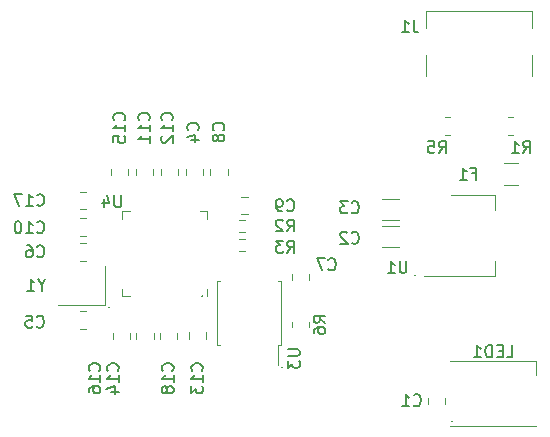
<source format=gbr>
%TF.GenerationSoftware,KiCad,Pcbnew,(6.0.8)*%
%TF.CreationDate,2022-10-11T12:28:16+11:00*%
%TF.ProjectId,PicoGamePad_V3_0_0_A,5069636f-4761-46d6-9550-61645f56335f,4.0.0 (Rev A)*%
%TF.SameCoordinates,Original*%
%TF.FileFunction,Legend,Bot*%
%TF.FilePolarity,Positive*%
%FSLAX46Y46*%
G04 Gerber Fmt 4.6, Leading zero omitted, Abs format (unit mm)*
G04 Created by KiCad (PCBNEW (6.0.8)) date 2022-10-11 12:28:16*
%MOMM*%
%LPD*%
G01*
G04 APERTURE LIST*
%ADD10C,0.150000*%
%ADD11C,0.120000*%
G04 APERTURE END LIST*
D10*
X120305902Y-79550000D02*
G75*
G03*
X120305902Y-79550000I-55902J0D01*
G01*
X146205902Y-76825000D02*
G75*
G03*
X146205902Y-76825000I-55902J0D01*
G01*
X128180902Y-78600000D02*
G75*
G03*
X128180902Y-78600000I-55902J0D01*
G01*
X134905902Y-84625000D02*
G75*
G03*
X134905902Y-84625000I-55902J0D01*
G01*
X149305902Y-89200000D02*
G75*
G03*
X149305902Y-89200000I-55902J0D01*
G01*
%TO.C,R3*%
X135366666Y-74902380D02*
X135700000Y-74426190D01*
X135938095Y-74902380D02*
X135938095Y-73902380D01*
X135557142Y-73902380D01*
X135461904Y-73950000D01*
X135414285Y-73997619D01*
X135366666Y-74092857D01*
X135366666Y-74235714D01*
X135414285Y-74330952D01*
X135461904Y-74378571D01*
X135557142Y-74426190D01*
X135938095Y-74426190D01*
X135033333Y-73902380D02*
X134414285Y-73902380D01*
X134747619Y-74283333D01*
X134604761Y-74283333D01*
X134509523Y-74330952D01*
X134461904Y-74378571D01*
X134414285Y-74473809D01*
X134414285Y-74711904D01*
X134461904Y-74807142D01*
X134509523Y-74854761D01*
X134604761Y-74902380D01*
X134890476Y-74902380D01*
X134985714Y-74854761D01*
X135033333Y-74807142D01*
%TO.C,U1*%
X145461904Y-75627380D02*
X145461904Y-76436904D01*
X145414285Y-76532142D01*
X145366666Y-76579761D01*
X145271428Y-76627380D01*
X145080952Y-76627380D01*
X144985714Y-76579761D01*
X144938095Y-76532142D01*
X144890476Y-76436904D01*
X144890476Y-75627380D01*
X143890476Y-76627380D02*
X144461904Y-76627380D01*
X144176190Y-76627380D02*
X144176190Y-75627380D01*
X144271428Y-75770238D01*
X144366666Y-75865476D01*
X144461904Y-75913095D01*
%TO.C,R2*%
X135366666Y-73102380D02*
X135700000Y-72626190D01*
X135938095Y-73102380D02*
X135938095Y-72102380D01*
X135557142Y-72102380D01*
X135461904Y-72150000D01*
X135414285Y-72197619D01*
X135366666Y-72292857D01*
X135366666Y-72435714D01*
X135414285Y-72530952D01*
X135461904Y-72578571D01*
X135557142Y-72626190D01*
X135938095Y-72626190D01*
X134985714Y-72197619D02*
X134938095Y-72150000D01*
X134842857Y-72102380D01*
X134604761Y-72102380D01*
X134509523Y-72150000D01*
X134461904Y-72197619D01*
X134414285Y-72292857D01*
X134414285Y-72388095D01*
X134461904Y-72530952D01*
X135033333Y-73102380D01*
X134414285Y-73102380D01*
%TO.C,C7*%
X138866666Y-76307142D02*
X138914285Y-76354761D01*
X139057142Y-76402380D01*
X139152380Y-76402380D01*
X139295238Y-76354761D01*
X139390476Y-76259523D01*
X139438095Y-76164285D01*
X139485714Y-75973809D01*
X139485714Y-75830952D01*
X139438095Y-75640476D01*
X139390476Y-75545238D01*
X139295238Y-75450000D01*
X139152380Y-75402380D01*
X139057142Y-75402380D01*
X138914285Y-75450000D01*
X138866666Y-75497619D01*
X138533333Y-75402380D02*
X137866666Y-75402380D01*
X138295238Y-76402380D01*
%TO.C,U3*%
X135427380Y-83088095D02*
X136236904Y-83088095D01*
X136332142Y-83135714D01*
X136379761Y-83183333D01*
X136427380Y-83278571D01*
X136427380Y-83469047D01*
X136379761Y-83564285D01*
X136332142Y-83611904D01*
X136236904Y-83659523D01*
X135427380Y-83659523D01*
X135427380Y-84040476D02*
X135427380Y-84659523D01*
X135808333Y-84326190D01*
X135808333Y-84469047D01*
X135855952Y-84564285D01*
X135903571Y-84611904D01*
X135998809Y-84659523D01*
X136236904Y-84659523D01*
X136332142Y-84611904D01*
X136379761Y-84564285D01*
X136427380Y-84469047D01*
X136427380Y-84183333D01*
X136379761Y-84088095D01*
X136332142Y-84040476D01*
%TO.C,C14*%
X121007142Y-84907142D02*
X121054761Y-84859523D01*
X121102380Y-84716666D01*
X121102380Y-84621428D01*
X121054761Y-84478571D01*
X120959523Y-84383333D01*
X120864285Y-84335714D01*
X120673809Y-84288095D01*
X120530952Y-84288095D01*
X120340476Y-84335714D01*
X120245238Y-84383333D01*
X120150000Y-84478571D01*
X120102380Y-84621428D01*
X120102380Y-84716666D01*
X120150000Y-84859523D01*
X120197619Y-84907142D01*
X121102380Y-85859523D02*
X121102380Y-85288095D01*
X121102380Y-85573809D02*
X120102380Y-85573809D01*
X120245238Y-85478571D01*
X120340476Y-85383333D01*
X120388095Y-85288095D01*
X120435714Y-86716666D02*
X121102380Y-86716666D01*
X120054761Y-86478571D02*
X120769047Y-86240476D01*
X120769047Y-86859523D01*
%TO.C,C18*%
X125657142Y-84907142D02*
X125704761Y-84859523D01*
X125752380Y-84716666D01*
X125752380Y-84621428D01*
X125704761Y-84478571D01*
X125609523Y-84383333D01*
X125514285Y-84335714D01*
X125323809Y-84288095D01*
X125180952Y-84288095D01*
X124990476Y-84335714D01*
X124895238Y-84383333D01*
X124800000Y-84478571D01*
X124752380Y-84621428D01*
X124752380Y-84716666D01*
X124800000Y-84859523D01*
X124847619Y-84907142D01*
X125752380Y-85859523D02*
X125752380Y-85288095D01*
X125752380Y-85573809D02*
X124752380Y-85573809D01*
X124895238Y-85478571D01*
X124990476Y-85383333D01*
X125038095Y-85288095D01*
X125180952Y-86430952D02*
X125133333Y-86335714D01*
X125085714Y-86288095D01*
X124990476Y-86240476D01*
X124942857Y-86240476D01*
X124847619Y-86288095D01*
X124800000Y-86335714D01*
X124752380Y-86430952D01*
X124752380Y-86621428D01*
X124800000Y-86716666D01*
X124847619Y-86764285D01*
X124942857Y-86811904D01*
X124990476Y-86811904D01*
X125085714Y-86764285D01*
X125133333Y-86716666D01*
X125180952Y-86621428D01*
X125180952Y-86430952D01*
X125228571Y-86335714D01*
X125276190Y-86288095D01*
X125371428Y-86240476D01*
X125561904Y-86240476D01*
X125657142Y-86288095D01*
X125704761Y-86335714D01*
X125752380Y-86430952D01*
X125752380Y-86621428D01*
X125704761Y-86716666D01*
X125657142Y-86764285D01*
X125561904Y-86811904D01*
X125371428Y-86811904D01*
X125276190Y-86764285D01*
X125228571Y-86716666D01*
X125180952Y-86621428D01*
%TO.C,LED1*%
X153944047Y-83752380D02*
X154420238Y-83752380D01*
X154420238Y-82752380D01*
X153610714Y-83228571D02*
X153277380Y-83228571D01*
X153134523Y-83752380D02*
X153610714Y-83752380D01*
X153610714Y-82752380D01*
X153134523Y-82752380D01*
X152705952Y-83752380D02*
X152705952Y-82752380D01*
X152467857Y-82752380D01*
X152325000Y-82800000D01*
X152229761Y-82895238D01*
X152182142Y-82990476D01*
X152134523Y-83180952D01*
X152134523Y-83323809D01*
X152182142Y-83514285D01*
X152229761Y-83609523D01*
X152325000Y-83704761D01*
X152467857Y-83752380D01*
X152705952Y-83752380D01*
X151182142Y-83752380D02*
X151753571Y-83752380D01*
X151467857Y-83752380D02*
X151467857Y-82752380D01*
X151563095Y-82895238D01*
X151658333Y-82990476D01*
X151753571Y-83038095D01*
%TO.C,C11*%
X123657142Y-63690475D02*
X123704761Y-63642856D01*
X123752380Y-63499999D01*
X123752380Y-63404761D01*
X123704761Y-63261904D01*
X123609523Y-63166666D01*
X123514285Y-63119047D01*
X123323809Y-63071428D01*
X123180952Y-63071428D01*
X122990476Y-63119047D01*
X122895238Y-63166666D01*
X122800000Y-63261904D01*
X122752380Y-63404761D01*
X122752380Y-63499999D01*
X122800000Y-63642856D01*
X122847619Y-63690475D01*
X123752380Y-64642856D02*
X123752380Y-64071428D01*
X123752380Y-64357142D02*
X122752380Y-64357142D01*
X122895238Y-64261904D01*
X122990476Y-64166666D01*
X123038095Y-64071428D01*
X123752380Y-65595237D02*
X123752380Y-65023809D01*
X123752380Y-65309523D02*
X122752380Y-65309523D01*
X122895238Y-65214285D01*
X122990476Y-65119047D01*
X123038095Y-65023809D01*
%TO.C,C15*%
X121557142Y-63690475D02*
X121604761Y-63642856D01*
X121652380Y-63499999D01*
X121652380Y-63404761D01*
X121604761Y-63261904D01*
X121509523Y-63166666D01*
X121414285Y-63119047D01*
X121223809Y-63071428D01*
X121080952Y-63071428D01*
X120890476Y-63119047D01*
X120795238Y-63166666D01*
X120700000Y-63261904D01*
X120652380Y-63404761D01*
X120652380Y-63499999D01*
X120700000Y-63642856D01*
X120747619Y-63690475D01*
X121652380Y-64642856D02*
X121652380Y-64071428D01*
X121652380Y-64357142D02*
X120652380Y-64357142D01*
X120795238Y-64261904D01*
X120890476Y-64166666D01*
X120938095Y-64071428D01*
X120652380Y-65547618D02*
X120652380Y-65071428D01*
X121128571Y-65023809D01*
X121080952Y-65071428D01*
X121033333Y-65166666D01*
X121033333Y-65404761D01*
X121080952Y-65499999D01*
X121128571Y-65547618D01*
X121223809Y-65595237D01*
X121461904Y-65595237D01*
X121557142Y-65547618D01*
X121604761Y-65499999D01*
X121652380Y-65404761D01*
X121652380Y-65166666D01*
X121604761Y-65071428D01*
X121557142Y-65023809D01*
%TO.C,C6*%
X114192856Y-75207142D02*
X114240475Y-75254761D01*
X114383332Y-75302380D01*
X114478570Y-75302380D01*
X114621428Y-75254761D01*
X114716666Y-75159523D01*
X114764285Y-75064285D01*
X114811904Y-74873809D01*
X114811904Y-74730952D01*
X114764285Y-74540476D01*
X114716666Y-74445238D01*
X114621428Y-74350000D01*
X114478570Y-74302380D01*
X114383332Y-74302380D01*
X114240475Y-74350000D01*
X114192856Y-74397619D01*
X113335713Y-74302380D02*
X113526190Y-74302380D01*
X113621428Y-74350000D01*
X113669047Y-74397619D01*
X113764285Y-74540476D01*
X113811904Y-74730952D01*
X113811904Y-75111904D01*
X113764285Y-75207142D01*
X113716666Y-75254761D01*
X113621428Y-75302380D01*
X113430951Y-75302380D01*
X113335713Y-75254761D01*
X113288094Y-75207142D01*
X113240475Y-75111904D01*
X113240475Y-74873809D01*
X113288094Y-74778571D01*
X113335713Y-74730952D01*
X113430951Y-74683333D01*
X113621428Y-74683333D01*
X113716666Y-74730952D01*
X113764285Y-74778571D01*
X113811904Y-74873809D01*
%TO.C,Y1*%
X114573809Y-77651190D02*
X114573809Y-78127380D01*
X114907142Y-77127380D02*
X114573809Y-77651190D01*
X114240476Y-77127380D01*
X113383333Y-78127380D02*
X113954761Y-78127380D01*
X113669047Y-78127380D02*
X113669047Y-77127380D01*
X113764285Y-77270238D01*
X113859523Y-77365476D01*
X113954761Y-77413095D01*
%TO.C,C5*%
X114166666Y-81157142D02*
X114214285Y-81204761D01*
X114357142Y-81252380D01*
X114452380Y-81252380D01*
X114595238Y-81204761D01*
X114690476Y-81109523D01*
X114738095Y-81014285D01*
X114785714Y-80823809D01*
X114785714Y-80680952D01*
X114738095Y-80490476D01*
X114690476Y-80395238D01*
X114595238Y-80300000D01*
X114452380Y-80252380D01*
X114357142Y-80252380D01*
X114214285Y-80300000D01*
X114166666Y-80347619D01*
X113261904Y-80252380D02*
X113738095Y-80252380D01*
X113785714Y-80728571D01*
X113738095Y-80680952D01*
X113642857Y-80633333D01*
X113404761Y-80633333D01*
X113309523Y-80680952D01*
X113261904Y-80728571D01*
X113214285Y-80823809D01*
X113214285Y-81061904D01*
X113261904Y-81157142D01*
X113309523Y-81204761D01*
X113404761Y-81252380D01*
X113642857Y-81252380D01*
X113738095Y-81204761D01*
X113785714Y-81157142D01*
%TO.C,C9*%
X135366666Y-71307142D02*
X135414285Y-71354761D01*
X135557142Y-71402380D01*
X135652380Y-71402380D01*
X135795238Y-71354761D01*
X135890476Y-71259523D01*
X135938095Y-71164285D01*
X135985714Y-70973809D01*
X135985714Y-70830952D01*
X135938095Y-70640476D01*
X135890476Y-70545238D01*
X135795238Y-70450000D01*
X135652380Y-70402380D01*
X135557142Y-70402380D01*
X135414285Y-70450000D01*
X135366666Y-70497619D01*
X134890476Y-71402380D02*
X134700000Y-71402380D01*
X134604761Y-71354761D01*
X134557142Y-71307142D01*
X134461904Y-71164285D01*
X134414285Y-70973809D01*
X134414285Y-70592857D01*
X134461904Y-70497619D01*
X134509523Y-70450000D01*
X134604761Y-70402380D01*
X134795238Y-70402380D01*
X134890476Y-70450000D01*
X134938095Y-70497619D01*
X134985714Y-70592857D01*
X134985714Y-70830952D01*
X134938095Y-70926190D01*
X134890476Y-70973809D01*
X134795238Y-71021428D01*
X134604761Y-71021428D01*
X134509523Y-70973809D01*
X134461904Y-70926190D01*
X134414285Y-70830952D01*
%TO.C,R6*%
X138602380Y-80833333D02*
X138126190Y-80500000D01*
X138602380Y-80261904D02*
X137602380Y-80261904D01*
X137602380Y-80642857D01*
X137650000Y-80738095D01*
X137697619Y-80785714D01*
X137792857Y-80833333D01*
X137935714Y-80833333D01*
X138030952Y-80785714D01*
X138078571Y-80738095D01*
X138126190Y-80642857D01*
X138126190Y-80261904D01*
X137602380Y-81690476D02*
X137602380Y-81500000D01*
X137650000Y-81404761D01*
X137697619Y-81357142D01*
X137840476Y-81261904D01*
X138030952Y-81214285D01*
X138411904Y-81214285D01*
X138507142Y-81261904D01*
X138554761Y-81309523D01*
X138602380Y-81404761D01*
X138602380Y-81595238D01*
X138554761Y-81690476D01*
X138507142Y-81738095D01*
X138411904Y-81785714D01*
X138173809Y-81785714D01*
X138078571Y-81738095D01*
X138030952Y-81690476D01*
X137983333Y-81595238D01*
X137983333Y-81404761D01*
X138030952Y-81309523D01*
X138078571Y-81261904D01*
X138173809Y-81214285D01*
%TO.C,C3*%
X140816666Y-71482142D02*
X140864285Y-71529761D01*
X141007142Y-71577380D01*
X141102380Y-71577380D01*
X141245238Y-71529761D01*
X141340476Y-71434523D01*
X141388095Y-71339285D01*
X141435714Y-71148809D01*
X141435714Y-71005952D01*
X141388095Y-70815476D01*
X141340476Y-70720238D01*
X141245238Y-70625000D01*
X141102380Y-70577380D01*
X141007142Y-70577380D01*
X140864285Y-70625000D01*
X140816666Y-70672619D01*
X140483333Y-70577380D02*
X139864285Y-70577380D01*
X140197619Y-70958333D01*
X140054761Y-70958333D01*
X139959523Y-71005952D01*
X139911904Y-71053571D01*
X139864285Y-71148809D01*
X139864285Y-71386904D01*
X139911904Y-71482142D01*
X139959523Y-71529761D01*
X140054761Y-71577380D01*
X140340476Y-71577380D01*
X140435714Y-71529761D01*
X140483333Y-71482142D01*
%TO.C,C2*%
X140816666Y-74057142D02*
X140864285Y-74104761D01*
X141007142Y-74152380D01*
X141102380Y-74152380D01*
X141245238Y-74104761D01*
X141340476Y-74009523D01*
X141388095Y-73914285D01*
X141435714Y-73723809D01*
X141435714Y-73580952D01*
X141388095Y-73390476D01*
X141340476Y-73295238D01*
X141245238Y-73200000D01*
X141102380Y-73152380D01*
X141007142Y-73152380D01*
X140864285Y-73200000D01*
X140816666Y-73247619D01*
X140435714Y-73247619D02*
X140388095Y-73200000D01*
X140292857Y-73152380D01*
X140054761Y-73152380D01*
X139959523Y-73200000D01*
X139911904Y-73247619D01*
X139864285Y-73342857D01*
X139864285Y-73438095D01*
X139911904Y-73580952D01*
X140483333Y-74152380D01*
X139864285Y-74152380D01*
%TO.C,R5*%
X148206666Y-66472380D02*
X148540000Y-65996190D01*
X148778095Y-66472380D02*
X148778095Y-65472380D01*
X148397142Y-65472380D01*
X148301904Y-65520000D01*
X148254285Y-65567619D01*
X148206666Y-65662857D01*
X148206666Y-65805714D01*
X148254285Y-65900952D01*
X148301904Y-65948571D01*
X148397142Y-65996190D01*
X148778095Y-65996190D01*
X147301904Y-65472380D02*
X147778095Y-65472380D01*
X147825714Y-65948571D01*
X147778095Y-65900952D01*
X147682857Y-65853333D01*
X147444761Y-65853333D01*
X147349523Y-65900952D01*
X147301904Y-65948571D01*
X147254285Y-66043809D01*
X147254285Y-66281904D01*
X147301904Y-66377142D01*
X147349523Y-66424761D01*
X147444761Y-66472380D01*
X147682857Y-66472380D01*
X147778095Y-66424761D01*
X147825714Y-66377142D01*
%TO.C,C17*%
X114192857Y-70857142D02*
X114240476Y-70904761D01*
X114383333Y-70952380D01*
X114478571Y-70952380D01*
X114621428Y-70904761D01*
X114716666Y-70809523D01*
X114764285Y-70714285D01*
X114811904Y-70523809D01*
X114811904Y-70380952D01*
X114764285Y-70190476D01*
X114716666Y-70095238D01*
X114621428Y-70000000D01*
X114478571Y-69952380D01*
X114383333Y-69952380D01*
X114240476Y-70000000D01*
X114192857Y-70047619D01*
X113240476Y-70952380D02*
X113811904Y-70952380D01*
X113526190Y-70952380D02*
X113526190Y-69952380D01*
X113621428Y-70095238D01*
X113716666Y-70190476D01*
X113811904Y-70238095D01*
X112907142Y-69952380D02*
X112240476Y-69952380D01*
X112669047Y-70952380D01*
%TO.C,C1*%
X146066666Y-87807142D02*
X146114285Y-87854761D01*
X146257142Y-87902380D01*
X146352380Y-87902380D01*
X146495238Y-87854761D01*
X146590476Y-87759523D01*
X146638095Y-87664285D01*
X146685714Y-87473809D01*
X146685714Y-87330952D01*
X146638095Y-87140476D01*
X146590476Y-87045238D01*
X146495238Y-86950000D01*
X146352380Y-86902380D01*
X146257142Y-86902380D01*
X146114285Y-86950000D01*
X146066666Y-86997619D01*
X145114285Y-87902380D02*
X145685714Y-87902380D01*
X145400000Y-87902380D02*
X145400000Y-86902380D01*
X145495238Y-87045238D01*
X145590476Y-87140476D01*
X145685714Y-87188095D01*
%TO.C,C10*%
X114192857Y-73157142D02*
X114240476Y-73204761D01*
X114383333Y-73252380D01*
X114478571Y-73252380D01*
X114621428Y-73204761D01*
X114716666Y-73109523D01*
X114764285Y-73014285D01*
X114811904Y-72823809D01*
X114811904Y-72680952D01*
X114764285Y-72490476D01*
X114716666Y-72395238D01*
X114621428Y-72300000D01*
X114478571Y-72252380D01*
X114383333Y-72252380D01*
X114240476Y-72300000D01*
X114192857Y-72347619D01*
X113240476Y-73252380D02*
X113811904Y-73252380D01*
X113526190Y-73252380D02*
X113526190Y-72252380D01*
X113621428Y-72395238D01*
X113716666Y-72490476D01*
X113811904Y-72538095D01*
X112621428Y-72252380D02*
X112526190Y-72252380D01*
X112430952Y-72300000D01*
X112383333Y-72347619D01*
X112335714Y-72442857D01*
X112288095Y-72633333D01*
X112288095Y-72871428D01*
X112335714Y-73061904D01*
X112383333Y-73157142D01*
X112430952Y-73204761D01*
X112526190Y-73252380D01*
X112621428Y-73252380D01*
X112716666Y-73204761D01*
X112764285Y-73157142D01*
X112811904Y-73061904D01*
X112859523Y-72871428D01*
X112859523Y-72633333D01*
X112811904Y-72442857D01*
X112764285Y-72347619D01*
X112716666Y-72300000D01*
X112621428Y-72252380D01*
%TO.C,U4*%
X121311904Y-70052380D02*
X121311904Y-70861904D01*
X121264285Y-70957142D01*
X121216666Y-71004761D01*
X121121428Y-71052380D01*
X120930952Y-71052380D01*
X120835714Y-71004761D01*
X120788095Y-70957142D01*
X120740476Y-70861904D01*
X120740476Y-70052380D01*
X119835714Y-70385714D02*
X119835714Y-71052380D01*
X120073809Y-70004761D02*
X120311904Y-70719047D01*
X119692857Y-70719047D01*
%TO.C,J1*%
X146083333Y-55252380D02*
X146083333Y-55966666D01*
X146130952Y-56109523D01*
X146226190Y-56204761D01*
X146369047Y-56252380D01*
X146464285Y-56252380D01*
X145083333Y-56252380D02*
X145654761Y-56252380D01*
X145369047Y-56252380D02*
X145369047Y-55252380D01*
X145464285Y-55395238D01*
X145559523Y-55490476D01*
X145654761Y-55538095D01*
%TO.C,F1*%
X151033333Y-68203571D02*
X151366666Y-68203571D01*
X151366666Y-68727380D02*
X151366666Y-67727380D01*
X150890476Y-67727380D01*
X149985714Y-68727380D02*
X150557142Y-68727380D01*
X150271428Y-68727380D02*
X150271428Y-67727380D01*
X150366666Y-67870238D01*
X150461904Y-67965476D01*
X150557142Y-68013095D01*
%TO.C,R1*%
X155341666Y-66472380D02*
X155675000Y-65996190D01*
X155913095Y-66472380D02*
X155913095Y-65472380D01*
X155532142Y-65472380D01*
X155436904Y-65520000D01*
X155389285Y-65567619D01*
X155341666Y-65662857D01*
X155341666Y-65805714D01*
X155389285Y-65900952D01*
X155436904Y-65948571D01*
X155532142Y-65996190D01*
X155913095Y-65996190D01*
X154389285Y-66472380D02*
X154960714Y-66472380D01*
X154675000Y-66472380D02*
X154675000Y-65472380D01*
X154770238Y-65615238D01*
X154865476Y-65710476D01*
X154960714Y-65758095D01*
%TO.C,C12*%
X125607142Y-63690475D02*
X125654761Y-63642856D01*
X125702380Y-63499999D01*
X125702380Y-63404761D01*
X125654761Y-63261904D01*
X125559523Y-63166666D01*
X125464285Y-63119047D01*
X125273809Y-63071428D01*
X125130952Y-63071428D01*
X124940476Y-63119047D01*
X124845238Y-63166666D01*
X124750000Y-63261904D01*
X124702380Y-63404761D01*
X124702380Y-63499999D01*
X124750000Y-63642856D01*
X124797619Y-63690475D01*
X125702380Y-64642856D02*
X125702380Y-64071428D01*
X125702380Y-64357142D02*
X124702380Y-64357142D01*
X124845238Y-64261904D01*
X124940476Y-64166666D01*
X124988095Y-64071428D01*
X124797619Y-65023809D02*
X124750000Y-65071428D01*
X124702380Y-65166666D01*
X124702380Y-65404761D01*
X124750000Y-65499999D01*
X124797619Y-65547618D01*
X124892857Y-65595237D01*
X124988095Y-65595237D01*
X125130952Y-65547618D01*
X125702380Y-64976190D01*
X125702380Y-65595237D01*
%TO.C,C13*%
X128132142Y-84907142D02*
X128179761Y-84859523D01*
X128227380Y-84716666D01*
X128227380Y-84621428D01*
X128179761Y-84478571D01*
X128084523Y-84383333D01*
X127989285Y-84335714D01*
X127798809Y-84288095D01*
X127655952Y-84288095D01*
X127465476Y-84335714D01*
X127370238Y-84383333D01*
X127275000Y-84478571D01*
X127227380Y-84621428D01*
X127227380Y-84716666D01*
X127275000Y-84859523D01*
X127322619Y-84907142D01*
X128227380Y-85859523D02*
X128227380Y-85288095D01*
X128227380Y-85573809D02*
X127227380Y-85573809D01*
X127370238Y-85478571D01*
X127465476Y-85383333D01*
X127513095Y-85288095D01*
X127227380Y-86192857D02*
X127227380Y-86811904D01*
X127608333Y-86478571D01*
X127608333Y-86621428D01*
X127655952Y-86716666D01*
X127703571Y-86764285D01*
X127798809Y-86811904D01*
X128036904Y-86811904D01*
X128132142Y-86764285D01*
X128179761Y-86716666D01*
X128227380Y-86621428D01*
X128227380Y-86335714D01*
X128179761Y-86240476D01*
X128132142Y-86192857D01*
%TO.C,C16*%
X119457142Y-84907142D02*
X119504761Y-84859523D01*
X119552380Y-84716666D01*
X119552380Y-84621428D01*
X119504761Y-84478571D01*
X119409523Y-84383333D01*
X119314285Y-84335714D01*
X119123809Y-84288095D01*
X118980952Y-84288095D01*
X118790476Y-84335714D01*
X118695238Y-84383333D01*
X118600000Y-84478571D01*
X118552380Y-84621428D01*
X118552380Y-84716666D01*
X118600000Y-84859523D01*
X118647619Y-84907142D01*
X119552380Y-85859523D02*
X119552380Y-85288095D01*
X119552380Y-85573809D02*
X118552380Y-85573809D01*
X118695238Y-85478571D01*
X118790476Y-85383333D01*
X118838095Y-85288095D01*
X118552380Y-86716666D02*
X118552380Y-86526190D01*
X118600000Y-86430952D01*
X118647619Y-86383333D01*
X118790476Y-86288095D01*
X118980952Y-86240476D01*
X119361904Y-86240476D01*
X119457142Y-86288095D01*
X119504761Y-86335714D01*
X119552380Y-86430952D01*
X119552380Y-86621428D01*
X119504761Y-86716666D01*
X119457142Y-86764285D01*
X119361904Y-86811904D01*
X119123809Y-86811904D01*
X119028571Y-86764285D01*
X118980952Y-86716666D01*
X118933333Y-86621428D01*
X118933333Y-86430952D01*
X118980952Y-86335714D01*
X119028571Y-86288095D01*
X119123809Y-86240476D01*
%TO.C,C4*%
X127807142Y-64533333D02*
X127854761Y-64485714D01*
X127902380Y-64342857D01*
X127902380Y-64247619D01*
X127854761Y-64104761D01*
X127759523Y-64009523D01*
X127664285Y-63961904D01*
X127473809Y-63914285D01*
X127330952Y-63914285D01*
X127140476Y-63961904D01*
X127045238Y-64009523D01*
X126950000Y-64104761D01*
X126902380Y-64247619D01*
X126902380Y-64342857D01*
X126950000Y-64485714D01*
X126997619Y-64533333D01*
X127235714Y-65390476D02*
X127902380Y-65390476D01*
X126854761Y-65152380D02*
X127569047Y-64914285D01*
X127569047Y-65533333D01*
%TO.C,C8*%
X129957142Y-64533333D02*
X130004761Y-64485714D01*
X130052380Y-64342857D01*
X130052380Y-64247619D01*
X130004761Y-64104761D01*
X129909523Y-64009523D01*
X129814285Y-63961904D01*
X129623809Y-63914285D01*
X129480952Y-63914285D01*
X129290476Y-63961904D01*
X129195238Y-64009523D01*
X129100000Y-64104761D01*
X129052380Y-64247619D01*
X129052380Y-64342857D01*
X129100000Y-64485714D01*
X129147619Y-64533333D01*
X129480952Y-65104761D02*
X129433333Y-65009523D01*
X129385714Y-64961904D01*
X129290476Y-64914285D01*
X129242857Y-64914285D01*
X129147619Y-64961904D01*
X129100000Y-65009523D01*
X129052380Y-65104761D01*
X129052380Y-65295238D01*
X129100000Y-65390476D01*
X129147619Y-65438095D01*
X129242857Y-65485714D01*
X129290476Y-65485714D01*
X129385714Y-65438095D01*
X129433333Y-65390476D01*
X129480952Y-65295238D01*
X129480952Y-65104761D01*
X129528571Y-65009523D01*
X129576190Y-64961904D01*
X129671428Y-64914285D01*
X129861904Y-64914285D01*
X129957142Y-64961904D01*
X130004761Y-65009523D01*
X130052380Y-65104761D01*
X130052380Y-65295238D01*
X130004761Y-65390476D01*
X129957142Y-65438095D01*
X129861904Y-65485714D01*
X129671428Y-65485714D01*
X129576190Y-65438095D01*
X129528571Y-65390476D01*
X129480952Y-65295238D01*
D11*
%TO.C,R3*%
X131787258Y-73727500D02*
X131312742Y-73727500D01*
X131787258Y-74772500D02*
X131312742Y-74772500D01*
%TO.C,U1*%
X149200000Y-70040000D02*
X152960000Y-70040000D01*
X152960000Y-76860000D02*
X152960000Y-75600000D01*
X146950000Y-76860000D02*
X152960000Y-76860000D01*
X152960000Y-70040000D02*
X152960000Y-71300000D01*
%TO.C,R2*%
X131787258Y-73172500D02*
X131312742Y-73172500D01*
X131787258Y-72127500D02*
X131312742Y-72127500D01*
%TO.C,C7*%
X137235000Y-77261252D02*
X137235000Y-76738748D01*
X135765000Y-77261252D02*
X135765000Y-76738748D01*
%TO.C,U3*%
X134625001Y-82757167D02*
X134625001Y-84432167D01*
X129435001Y-80032167D02*
X129435001Y-77307167D01*
X134885001Y-80032167D02*
X134885001Y-77307167D01*
X129435001Y-82757167D02*
X129695001Y-82757167D01*
X129435001Y-77307167D02*
X129695001Y-77307167D01*
X134885001Y-80032167D02*
X134885001Y-82757167D01*
X129435001Y-80032167D02*
X129435001Y-82757167D01*
X134885001Y-82757167D02*
X134625001Y-82757167D01*
X134885001Y-77307167D02*
X134625001Y-77307167D01*
%TO.C,C14*%
X122605188Y-81670830D02*
X122605188Y-82193334D01*
X124075188Y-81670830D02*
X124075188Y-82193334D01*
%TO.C,C18*%
X124585087Y-81670830D02*
X124585087Y-82193334D01*
X126055087Y-81670830D02*
X126055087Y-82193334D01*
%TO.C,LED1*%
X149175000Y-84075000D02*
X156475000Y-84075000D01*
X156475000Y-84075000D02*
X156475000Y-85225000D01*
X149175000Y-89575000D02*
X156475000Y-89575000D01*
%TO.C,C11*%
X124035000Y-68361252D02*
X124035000Y-67838748D01*
X122565000Y-68361252D02*
X122565000Y-67838748D01*
%TO.C,C15*%
X120465000Y-68361252D02*
X120465000Y-67838748D01*
X121935000Y-68361252D02*
X121935000Y-67838748D01*
%TO.C,C6*%
X118361252Y-75575000D02*
X117838748Y-75575000D01*
X118361252Y-74105000D02*
X117838748Y-74105000D01*
%TO.C,Y1*%
X119966177Y-76039441D02*
X119966177Y-79339441D01*
X119966177Y-79339441D02*
X115966177Y-79339441D01*
%TO.C,C5*%
X118361252Y-81335000D02*
X117838748Y-81335000D01*
X118361252Y-79865000D02*
X117838748Y-79865000D01*
%TO.C,C9*%
X131498751Y-70197167D02*
X132021255Y-70197167D01*
X131498751Y-71667167D02*
X132021255Y-71667167D01*
%TO.C,R6*%
X135765000Y-81227064D02*
X135765000Y-80772936D01*
X137235000Y-81227064D02*
X137235000Y-80772936D01*
%TO.C,C3*%
X144811252Y-72640000D02*
X143388748Y-72640000D01*
X144811252Y-74460000D02*
X143388748Y-74460000D01*
%TO.C,C2*%
X144811252Y-72160000D02*
X143388748Y-72160000D01*
X144811252Y-70340000D02*
X143388748Y-70340000D01*
%TO.C,R5*%
X149152064Y-63465000D02*
X148697936Y-63465000D01*
X149152064Y-64935000D02*
X148697936Y-64935000D01*
%TO.C,C17*%
X118368850Y-71211952D02*
X117846346Y-71211952D01*
X118368850Y-69741952D02*
X117846346Y-69741952D01*
%TO.C,C1*%
X147255000Y-87711252D02*
X147255000Y-87188748D01*
X148725000Y-87711252D02*
X148725000Y-87188748D01*
%TO.C,C10*%
X118368850Y-73474694D02*
X117846346Y-73474694D01*
X118368850Y-72004694D02*
X117846346Y-72004694D01*
%TO.C,U4*%
X121390000Y-78610000D02*
X122040000Y-78610000D01*
X121390000Y-71390000D02*
X122040000Y-71390000D01*
X121390000Y-77960000D02*
X121390000Y-78610000D01*
X128610000Y-77960000D02*
X128610000Y-78610000D01*
X121390000Y-72040000D02*
X121390000Y-71390000D01*
X128610000Y-71390000D02*
X127960000Y-71390000D01*
X128610000Y-72040000D02*
X128610000Y-71390000D01*
%TO.C,J1*%
X156095000Y-54460000D02*
X156095000Y-55920000D01*
X156095000Y-59970000D02*
X156095000Y-58170000D01*
X147155000Y-54460000D02*
X147155000Y-55920000D01*
X147155000Y-59970000D02*
X147155000Y-58170000D01*
X156095000Y-54460000D02*
X147155000Y-54460000D01*
%TO.C,F1*%
X154902064Y-69160000D02*
X153697936Y-69160000D01*
X154902064Y-67340000D02*
X153697936Y-67340000D01*
%TO.C,R1*%
X154062936Y-63465000D02*
X154517064Y-63465000D01*
X154062936Y-64935000D02*
X154517064Y-64935000D01*
%TO.C,C12*%
X126135000Y-68361252D02*
X126135000Y-67838748D01*
X124665000Y-68361252D02*
X124665000Y-67838748D01*
%TO.C,C13*%
X127025003Y-81668433D02*
X127025003Y-82190937D01*
X128495003Y-81668433D02*
X128495003Y-82190937D01*
%TO.C,C16*%
X122095289Y-81670830D02*
X122095289Y-82193334D01*
X120625289Y-81670830D02*
X120625289Y-82193334D01*
%TO.C,C4*%
X128235000Y-68361252D02*
X128235000Y-67838748D01*
X126765000Y-68361252D02*
X126765000Y-67838748D01*
%TO.C,C8*%
X128865000Y-68361252D02*
X128865000Y-67838748D01*
X130335000Y-68361252D02*
X130335000Y-67838748D01*
%TD*%
M02*

</source>
